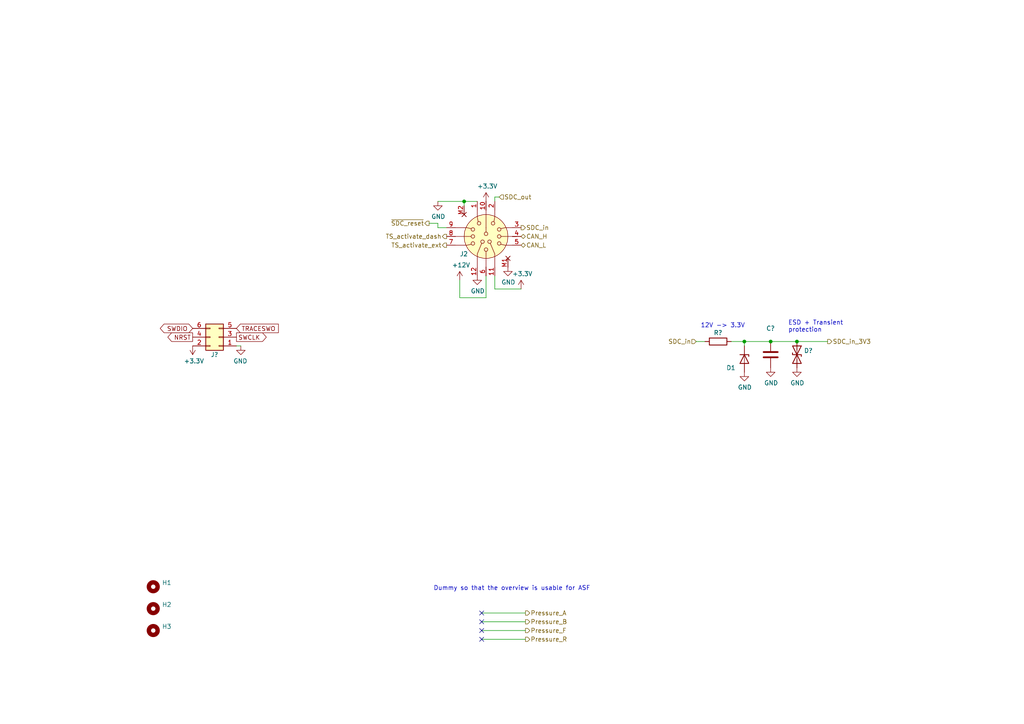
<source format=kicad_sch>
(kicad_sch (version 20211123) (generator eeschema)
  (paper "A4")
  (title_block (title "SDCL - Connections") (date "2021-12-16") (rev "v1.0") (company "FaSTTUBe - Formula Student Team TU Berlin") (comment 1 "Car 113") (comment 2 "EBS Electronics") (comment 3 "Electrical connections: Power, Programming, Buttons, CAN, SDC"))
  (lib_symbols
    (symbol "Connector_Generic:Conn_02x03_Odd_Even" (pin_names (offset 1.016) hide)
      (property "Reference" "J" (at 1.27 5.08 0))
      (property "Value" "Conn_02x03_Odd_Even" (at 1.27 -5.08 0))
      (symbol "Conn_02x03_Odd_Even_1_1"
        (rectangle (start -1.27 -2.413) (end 0 -2.667) (stroke (width 0.1524)))
        (rectangle (start -1.27 0.127) (end 0 -0.127) (stroke (width 0.1524)))
        (rectangle (start -1.27 2.667) (end 0 2.413) (stroke (width 0.1524)))
        (rectangle (start -1.27 3.81) (end 3.81 -3.81) (stroke (width 0.254)) (fill (type background)))
        (rectangle (start 3.81 -2.413) (end 2.54 -2.667) (stroke (width 0.1524)))
        (rectangle (start 3.81 0.127) (end 2.54 -0.127) (stroke (width 0.1524)))
        (rectangle (start 3.81 2.667) (end 2.54 2.413) (stroke (width 0.1524)))
        (pin passive line (at -5.08 2.54 0) (length 3.81) (name "Pin_1") (number "1"))
        (pin passive line (at 7.62 2.54 180) (length 3.81) (name "Pin_2") (number "2"))
        (pin passive line (at -5.08 0 0) (length 3.81) (name "Pin_3") (number "3"))
        (pin passive line (at 7.62 0 180) (length 3.81) (name "Pin_4") (number "4"))
        (pin passive line (at -5.08 -2.54 0) (length 3.81) (name "Pin_5") (number "5"))
        (pin passive line (at 7.62 -2.54 180) (length 3.81) (name "Pin_6") (number "6"))
      )
    )
    (symbol "Custom:Binder-M12-12P" (pin_names (offset 1.016))
      (property "Reference" "J" (at -6.985 -5.715 0))
      (property "Value" "Binder-M12-12P" (at 4.572 6.858 0))
      (symbol "Binder-M12-12P_0_1"
        (circle (center -3.81 2.032) (radius 0.508))
        (circle (center -1.016 -1.524) (radius 0.508))
        (circle (center 0 -3.81) (radius 0.508))
        (polyline (pts (xy -8.89 -2.54) (xy -6.35 -2.54)))
        (polyline (pts (xy -8.89 2.54) (xy -6.35 2.54)))
        (polyline (pts (xy -2.54 -5.08) (xy -2.54 -8.89)))
        (polyline (pts (xy -2.54 6.35) (xy -2.54 7.62)))
        (polyline (pts (xy -1.2446 -1.9558) (xy -2.54 -5.08)))
        (polyline (pts (xy 0 -4.318) (xy 0 -8.89)))
        (polyline (pts (xy 0 2.54) (xy 0 1.27)))
        (polyline (pts (xy 0 2.54) (xy 0 7.62)))
        (polyline (pts (xy 1.2192 -1.9812) (xy 2.54 -5.08)))
        (polyline (pts (xy 2.54 -5.08) (xy 2.54 -8.89)))
        (polyline (pts (xy 2.54 6.35) (xy 2.54 7.62)))
        (polyline (pts (xy 6.35 -2.54) (xy 7.62 -2.54)))
        (polyline (pts (xy 6.35 2.54) (xy 7.62 2.54)))
        (polyline (pts (xy -6.35 2.54) (xy -5.588 2.54) (xy -4.318 2.286)))
        (polyline (pts (xy 6.35 2.54) (xy 5.588 2.54) (xy 4.318 2.286)))
        (circle (center 0 0) (radius 6.35) (fill (type background)))
        (circle (center 0 0.762) (radius 0.508))
        (circle (center 1.016 -1.524) (radius 0.508))
        (circle (center 3.81 2.032) (radius 0.508))
      )
      (symbol "Binder-M12-12P_1_1"
        (circle (center -3.81 -2.032) (radius 0.508))
        (circle (center -3.81 0) (radius 0.508))
        (circle (center -2.032 3.81) (radius 0.508))
        (polyline (pts (xy -4.318 0) (xy -8.89 0)))
        (polyline (pts (xy 4.318 0) (xy 8.89 0)))
        (polyline (pts (xy -6.35 -2.54) (xy -5.588 -2.54) (xy -4.318 -2.286)))
        (polyline (pts (xy -2.54 6.35) (xy -2.54 5.588) (xy -2.286 4.318)))
        (polyline (pts (xy 2.54 6.35) (xy 2.54 5.588) (xy 2.286 4.318)))
        (polyline (pts (xy 6.35 -2.54) (xy 5.588 -2.54) (xy 4.318 -2.286)))
        (circle (center 2.032 3.81) (radius 0.508))
        (circle (center 3.81 -2.032) (radius 0.508))
        (circle (center 3.81 0) (radius 0.508))
        (pin passive line (at -2.54 10.16 270) (length 2.54) (name "~") (number "1"))
        (pin passive line (at 0 10.16 270) (length 2.54) (name "~") (number "10"))
        (pin passive line (at 2.54 -11.43 90) (length 2.54) (name "~") (number "11"))
        (pin passive line (at -2.54 -11.43 90) (length 2.54) (name "~") (number "12"))
        (pin passive line (at 2.54 10.16 270) (length 2.54) (name "~") (number "2"))
        (pin passive line (at 10.16 2.54 180) (length 2.54) (name "~") (number "3"))
        (pin passive line (at 10.16 0 180) (length 2.54) (name "~") (number "4"))
        (pin passive line (at 10.16 -2.54 180) (length 2.54) (name "~") (number "5"))
        (pin passive line (at 0 -11.43 90) (length 2.54) (name "~") (number "6"))
        (pin passive line (at -11.43 -2.54 0) (length 2.54) (name "~") (number "7"))
        (pin passive line (at -11.43 0 0) (length 2.54) (name "~") (number "8"))
        (pin passive line (at -11.43 2.54 0) (length 2.54) (name "~") (number "9"))
        (pin passive non_logic (at 6.35 -8.89 90) (length 2.54) (name "~") (number "M1"))
        (pin passive non_logic (at -6.35 8.89 270) (length 2.54) (name "~") (number "M2"))
      )
    )
    (symbol "Device:C" (pin_numbers hide) (pin_names (offset 0.254))
      (property "Reference" "C" (at 0.635 2.54 0))
      (property "Value" "C" (at 0.635 -2.54 0))
      (symbol "C_0_1"
        (polyline (pts (xy -2.032 -0.762) (xy 2.032 -0.762)) (stroke (width 0.508)))
        (polyline (pts (xy -2.032 0.762) (xy 2.032 0.762)) (stroke (width 0.508)))
      )
      (symbol "C_1_1"
        (pin passive line (at 0 3.81 270) (length 2.794) (name "~") (number "1"))
        (pin passive line (at 0 -3.81 90) (length 2.794) (name "~") (number "2"))
      )
    )
    (symbol "Device:D_TVS" (pin_numbers hide) (pin_names (offset 1.016) hide)
      (property "Reference" "D" (at 0 2.54 0))
      (property "Value" "D_TVS" (at 0 -2.54 0))
      (symbol "D_TVS_0_1"
        (polyline (pts (xy 1.27 0) (xy -1.27 0)))
        (polyline (pts (xy 0.508 1.27) (xy 0 1.27) (xy 0 -1.27) (xy -0.508 -1.27)) (stroke (width 0.254)))
        (polyline (pts (xy -2.54 1.27) (xy -2.54 -1.27) (xy 2.54 1.27) (xy 2.54 -1.27) (xy -2.54 1.27)) (stroke (width 0.254)))
      )
      (symbol "D_TVS_1_1"
        (pin passive line (at -3.81 0 0) (length 2.54) (name "A1") (number "1"))
        (pin passive line (at 3.81 0 180) (length 2.54) (name "A2") (number "2"))
      )
    )
    (symbol "Device:D_Zener" (pin_numbers hide) (pin_names (offset 1.016) hide)
      (property "Reference" "D" (at 0 2.54 0))
      (property "Value" "D_Zener" (at 0 -2.54 0))
      (symbol "D_Zener_0_1"
        (polyline (pts (xy 1.27 0) (xy -1.27 0)))
        (polyline (pts (xy -1.27 -1.27) (xy -1.27 1.27) (xy -0.762 1.27)) (stroke (width 0.254)))
        (polyline (pts (xy 1.27 -1.27) (xy 1.27 1.27) (xy -1.27 0) (xy 1.27 -1.27)) (stroke (width 0.254)))
      )
      (symbol "D_Zener_1_1"
        (pin passive line (at -3.81 0 0) (length 2.54) (name "K") (number "1"))
        (pin passive line (at 3.81 0 180) (length 2.54) (name "A") (number "2"))
      )
    )
    (symbol "Device:R" (pin_numbers hide) (pin_names (offset 0))
      (property "Reference" "R" (at 2.032 0 90))
      (property "Value" "R" (at 0 0 90))
      (symbol "R_0_1"
        (rectangle (start -1.016 -2.54) (end 1.016 2.54) (stroke (width 0.254)))
      )
      (symbol "R_1_1"
        (pin passive line (at 0 3.81 270) (length 1.27) (name "~") (number "1"))
        (pin passive line (at 0 -3.81 90) (length 1.27) (name "~") (number "2"))
      )
    )
    (symbol "Mechanical:MountingHole" (pin_names (offset 1.016))
      (property "Reference" "H" (at 0 5.08 0))
      (property "Value" "MountingHole" (at 0 3.175 0))
      (symbol "MountingHole_0_1"
        (circle (center 0 0) (radius 1.27) (stroke (width 1.27)))
      )
    )
    (symbol "power:+12V" (power) (pin_names (offset 0))
      (property "Value" "+12V" (at 0 3.556 0))
      (symbol "+12V_0_1"
        (polyline (pts (xy -0.762 1.27) (xy 0 2.54)))
        (polyline (pts (xy 0 0) (xy 0 2.54)))
        (polyline (pts (xy 0 2.54) (xy 0.762 1.27)))
      )
      (symbol "+12V_1_1"
        (pin power_in line (at 0 0 90) (length 0) hide (name "+12V") (number "1"))
      )
    )
    (symbol "power:+3.3V" (power) (pin_names (offset 0))
      (property "Value" "+3.3V" (at 0 3.556 0))
      (symbol "+3.3V_0_1"
        (polyline (pts (xy -0.762 1.27) (xy 0 2.54)))
        (polyline (pts (xy 0 0) (xy 0 2.54)))
        (polyline (pts (xy 0 2.54) (xy 0.762 1.27)))
      )
      (symbol "+3.3V_1_1"
        (pin power_in line (at 0 0 90) (length 0) hide (name "+3.3V") (number "1"))
      )
    )
    (symbol "power:GND" (power) (pin_names (offset 0))
      (property "Value" "GND" (at 0 -3.81 0))
      (symbol "GND_0_1"
        (polyline (pts (xy 0 0) (xy 0 -1.27) (xy 1.27 -1.27) (xy 0 -2.54) (xy -1.27 -1.27) (xy 0 -1.27)))
      )
      (symbol "GND_1_1"
        (pin power_in line (at 0 0 270) (length 0) hide (name "GND") (number "1"))
      )
    )
  )
  (junction (at 134.62 58.42))
  (junction (at 215.9 99.06))
  (junction (at 231.14 99.06))
  (junction (at 223.52 99.06))
  (no_connect (at 139.7 185.42))
  (no_connect (at 139.7 180.34))
  (no_connect (at 139.7 177.8))
  (no_connect (at 139.7 182.88))
  (wire (pts (xy 215.9 99.06) (xy 223.52 99.06)))
  (wire (pts (xy 134.62 58.42) (xy 138.43 58.42)))
  (wire (pts (xy 215.9 100.33) (xy 215.9 99.06)))
  (wire (pts (xy 143.51 83.82) (xy 151.13 83.82)))
  (wire (pts (xy 223.52 99.06) (xy 231.14 99.06)))
  (wire (pts (xy 139.7 177.8) (xy 152.4 177.8)))
  (wire (pts (xy 127 66.04) (xy 129.54 66.04)))
  (wire (pts (xy 201.93 99.06) (xy 204.47 99.06)))
  (wire (pts (xy 143.51 57.15) (xy 144.78 57.15)))
  (wire (pts (xy 133.35 86.36) (xy 140.97 86.36)))
  (wire (pts (xy 127 64.77) (xy 127 66.04)))
  (wire (pts (xy 143.51 58.42) (xy 143.51 57.15)))
  (wire (pts (xy 140.97 86.36) (xy 140.97 80.01)))
  (wire (pts (xy 124.46 64.77) (xy 127 64.77)))
  (wire (pts (xy 133.35 81.28) (xy 133.35 86.36)))
  (wire (pts (xy 139.7 185.42) (xy 152.4 185.42)))
  (wire (pts (xy 139.7 180.34) (xy 152.4 180.34)))
  (wire (pts (xy 231.14 99.06) (xy 240.03 99.06)))
  (wire (pts (xy 212.09 99.06) (xy 215.9 99.06)))
  (wire (pts (xy 69.85 100.33) (xy 68.58 100.33)))
  (wire (pts (xy 139.7 182.88) (xy 152.4 182.88)))
  (wire (pts (xy 143.51 80.01) (xy 143.51 83.82)))
  (wire (pts (xy 134.62 58.42) (xy 134.62 59.69)))
  (wire (pts (xy 127 58.42) (xy 134.62 58.42)))
  (text "Dummy so that the overview is usable for ASF" (at 125.73 171.45 0) (effects (font (size 1.27 1.27)) (justify left bottom)))
  (text "12V -> 3.3V" (at 203.2 95.25 0) (effects (font (size 1.27 1.27)) (justify left bottom)))
  (text "ESD + Transient\nprotection" (at 228.6 96.52 0) (effects (font (size 1.27 1.27)) (justify left bottom)))
  (global_label "TRACESWO" (shape input) (at 68.58 95.25 0) (property "Intersheet References" "${INTERSHEET_REFS}" (effects hide)))
  (global_label "NRST" (shape output) (at 55.88 97.79 180) (property "Intersheet References" "${INTERSHEET_REFS}" (effects hide)))
  (global_label "SWCLK" (shape output) (at 68.58 97.79 0) (property "Intersheet References" "${INTERSHEET_REFS}" (effects hide)))
  (global_label "SWDIO" (shape bidirectional) (at 55.88 95.25 180) (property "Intersheet References" "${INTERSHEET_REFS}" (effects hide)))
  (hierarchical_label "SDC_in_3V3" (shape output) (at 240.03 99.06 0))
  (hierarchical_label "Pressure_R" (shape output) (at 152.4 185.42 0))
  (hierarchical_label "SDC_out" (shape input) (at 144.78 57.15 0))
  (hierarchical_label "~{SDC_reset}" (shape output) (at 124.46 64.77 180))
  (hierarchical_label "TS_activate_dash" (shape output) (at 129.54 68.58 180))
  (hierarchical_label "Pressure_B" (shape output) (at 152.4 180.34 0))
  (hierarchical_label "SDC_in" (shape output) (at 151.13 66.04 0))
  (hierarchical_label "TS_activate_ext" (shape output) (at 129.54 71.12 180))
  (hierarchical_label "Pressure_F" (shape output) (at 152.4 182.88 0))
  (hierarchical_label "SDC_in" (shape input) (at 201.93 99.06 180))
  (hierarchical_label "CAN_H" (shape bidirectional) (at 151.13 68.58 0))
  (hierarchical_label "CAN_L" (shape bidirectional) (at 151.13 71.12 0))
  (hierarchical_label "Pressure_A" (shape output) (at 152.4 177.8 0))
  (symbol (lib_id "Device:R") (at 208.28 99.06 90) (mirror x) (unit 1)
    (property "Reference" "R?" (at 208.28 96.52 90))
  )
  (symbol (lib_id "power:GND") (at 215.9 107.95 0) (unit 1)
    (property "Reference" "#PWR?" (effects hide))
  )
  (symbol (lib_id "power:GND") (at 231.14 106.68 0) (unit 1)
    (property "Reference" "#PWR?" (effects hide))
  )
  (symbol (lib_id "Device:C") (at 223.52 102.87 180) (unit 1)
    (property "Reference" "C?" (at 224.79 95.25 0) (effects (justify left)))
  )
  (symbol (lib_id "power:GND") (at 223.52 106.68 0) (unit 1)
    (property "Reference" "#PWR?" (effects hide))
  )
  (symbol (lib_id "Device:D_TVS") (at 231.14 102.87 270) (unit 1)
    (property "Reference" "D?" (at 233.172 101.7016 90) (effects (justify left)))
  )
  (symbol (lib_id "Mechanical:MountingHole") (at 44.45 170.18 0) (unit 1)
    (property "Reference" "H1" (at 46.99 169.0116 0) (effects (justify left)))
  )
  (symbol (lib_id "Mechanical:MountingHole") (at 44.45 176.53 0) (unit 1)
    (property "Reference" "H2" (at 46.99 175.3616 0) (effects (justify left)))
  )
  (symbol (lib_id "Mechanical:MountingHole") (at 44.45 182.88 0) (unit 1)
    (property "Reference" "H3" (at 46.99 181.7116 0) (effects (justify left)))
  )
  (symbol (lib_id "power:+3.3V") (at 140.97 58.42 0) (unit 1)
    (property "Reference" "#PWR?" (effects hide))
  )
  (symbol (lib_id "power:+12V") (at 133.35 81.28 0) (unit 1)
    (property "Reference" "#PWR?" (effects hide))
  )
  (symbol (lib_id "Connector_Generic:Conn_02x03_Odd_Even") (at 63.5 97.79 180) (unit 1)
    (property "Reference" "J?" (at 62.23 102.87 0))
  )
  (symbol (lib_id "power:+3.3V") (at 55.88 100.33 0) (mirror x) (unit 1)
    (property "Reference" "#PWR?" (effects hide))
  )
  (symbol (lib_id "power:GND") (at 69.85 100.33 0) (mirror y) (unit 1)
    (property "Reference" "#PWR?" (effects hide))
  )
  (symbol (lib_id "power:GND") (at 138.43 80.01 0) (unit 1)
    (property "Reference" "#PWR0110" (effects hide))
  )
  (symbol (lib_id "power:GND") (at 147.32 77.47 0) (unit 1)
    (property "Reference" "#PWR0121" (effects hide))
  )
  (symbol (lib_id "Custom:Binder-M12-12P") (at 140.97 68.58 0) (unit 1)
    (property "Reference" "J2" (at 133.35 73.66 0) (effects (justify left)))
    (property "Datasheet" "http://www.mouser.com/ds/2/18/40_c091_abd_e-75918.pdf" (effects hide))
  )
  (symbol (lib_id "power:GND") (at 127 58.42 0) (unit 1)
    (property "Reference" "#PWR0114" (effects hide))
  )
  (symbol (lib_id "power:+3.3V") (at 151.13 83.82 0) (unit 1)
    (property "Reference" "#PWR?" (effects hide))
  )
  (symbol (lib_id "Device:D_Zener") (at 215.9 104.14 270) (unit 1)
    (property "Reference" "D1" (at 213.36 106.68 90) (effects (justify right)))
  )
)
</source>
